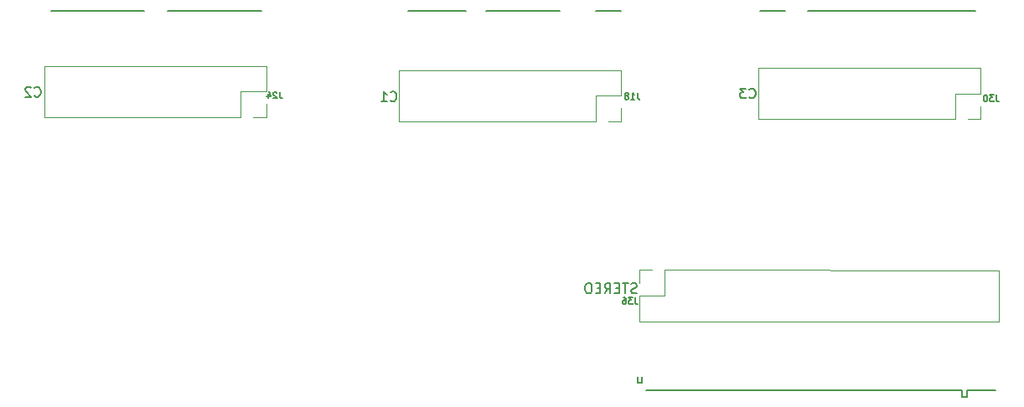
<source format=gbr>
G04 #@! TF.GenerationSoftware,KiCad,Pcbnew,5.1.7-a382d34a88~90~ubuntu20.04.1*
G04 #@! TF.CreationDate,2022-01-05T08:02:03-06:00*
G04 #@! TF.ProjectId,open-dash-daughterboard,6f70656e-2d64-4617-9368-2d6461756768,rev?*
G04 #@! TF.SameCoordinates,Original*
G04 #@! TF.FileFunction,Legend,Bot*
G04 #@! TF.FilePolarity,Positive*
%FSLAX46Y46*%
G04 Gerber Fmt 4.6, Leading zero omitted, Abs format (unit mm)*
G04 Created by KiCad (PCBNEW 5.1.7-a382d34a88~90~ubuntu20.04.1) date 2022-01-05 08:02:03*
%MOMM*%
%LPD*%
G01*
G04 APERTURE LIST*
%ADD10C,0.150000*%
%ADD11C,0.120000*%
G04 APERTURE END LIST*
D10*
X162140000Y-184440000D02*
X162140000Y-183780000D01*
X162640000Y-184440000D02*
X162140000Y-184440000D01*
X162640000Y-184440000D02*
X162640000Y-183780000D01*
X194920000Y-185140000D02*
X163040000Y-185130000D01*
X194920000Y-185800000D02*
X194920000Y-185140000D01*
X195420000Y-185800000D02*
X194920000Y-185800000D01*
X195420000Y-185800000D02*
X195420000Y-185140000D01*
X198370000Y-185140000D02*
X195420000Y-185140000D01*
X196260000Y-146770000D02*
X179350000Y-146770000D01*
X174580000Y-146770000D02*
X177080000Y-146770000D01*
X112350000Y-146770000D02*
X102900000Y-146770000D01*
X114700000Y-146770000D02*
X124150000Y-146770000D01*
X144790000Y-146830000D02*
X138990000Y-146830000D01*
X154330000Y-146830000D02*
X146830000Y-146830000D01*
X160460000Y-146830000D02*
X157960000Y-146830000D01*
D11*
X162320000Y-173000000D02*
X162320000Y-174330000D01*
X163650000Y-173000000D02*
X162320000Y-173000000D01*
X162320000Y-175600000D02*
X162320000Y-178200000D01*
X164920000Y-175600000D02*
X162320000Y-175600000D01*
X164920000Y-173000000D02*
X164920000Y-175600000D01*
X162320000Y-178200000D02*
X198660000Y-178250000D01*
X164920000Y-173000000D02*
X198660000Y-173050000D01*
X198660000Y-173050000D02*
X198660000Y-178250000D01*
X174400000Y-157765000D02*
X174400000Y-152565000D01*
X194240000Y-157765000D02*
X174400000Y-157765000D01*
X196840000Y-152565000D02*
X174400000Y-152565000D01*
X194240000Y-157765000D02*
X194240000Y-155165000D01*
X194240000Y-155165000D02*
X196840000Y-155165000D01*
X196840000Y-155165000D02*
X196840000Y-152565000D01*
X195510000Y-157765000D02*
X196840000Y-157765000D01*
X196840000Y-157765000D02*
X196840000Y-156435000D01*
X102210000Y-157570000D02*
X102210000Y-152370000D01*
X122050000Y-157570000D02*
X102210000Y-157570000D01*
X124650000Y-152370000D02*
X102210000Y-152370000D01*
X122050000Y-157570000D02*
X122050000Y-154970000D01*
X122050000Y-154970000D02*
X124650000Y-154970000D01*
X124650000Y-154970000D02*
X124650000Y-152370000D01*
X123320000Y-157570000D02*
X124650000Y-157570000D01*
X124650000Y-157570000D02*
X124650000Y-156240000D01*
X138080000Y-158000000D02*
X138080000Y-152800000D01*
X157920000Y-158000000D02*
X138080000Y-158000000D01*
X160520000Y-152800000D02*
X138080000Y-152800000D01*
X157920000Y-158000000D02*
X157920000Y-155400000D01*
X157920000Y-155400000D02*
X160520000Y-155400000D01*
X160520000Y-155400000D02*
X160520000Y-152800000D01*
X159190000Y-158000000D02*
X160520000Y-158000000D01*
X160520000Y-158000000D02*
X160520000Y-156670000D01*
D10*
X161906190Y-175784047D02*
X161906190Y-176248333D01*
X161937142Y-176341190D01*
X161999047Y-176403095D01*
X162091904Y-176434047D01*
X162153809Y-176434047D01*
X161658571Y-175784047D02*
X161256190Y-175784047D01*
X161472857Y-176031666D01*
X161380000Y-176031666D01*
X161318095Y-176062619D01*
X161287142Y-176093571D01*
X161256190Y-176155476D01*
X161256190Y-176310238D01*
X161287142Y-176372142D01*
X161318095Y-176403095D01*
X161380000Y-176434047D01*
X161565714Y-176434047D01*
X161627619Y-176403095D01*
X161658571Y-176372142D01*
X160699047Y-175784047D02*
X160822857Y-175784047D01*
X160884761Y-175815000D01*
X160915714Y-175845952D01*
X160977619Y-175938809D01*
X161008571Y-176062619D01*
X161008571Y-176310238D01*
X160977619Y-176372142D01*
X160946666Y-176403095D01*
X160884761Y-176434047D01*
X160760952Y-176434047D01*
X160699047Y-176403095D01*
X160668095Y-176372142D01*
X160637142Y-176310238D01*
X160637142Y-176155476D01*
X160668095Y-176093571D01*
X160699047Y-176062619D01*
X160760952Y-176031666D01*
X160884761Y-176031666D01*
X160946666Y-176062619D01*
X160977619Y-176093571D01*
X161008571Y-176155476D01*
X162075238Y-175304761D02*
X161932380Y-175352380D01*
X161694285Y-175352380D01*
X161599047Y-175304761D01*
X161551428Y-175257142D01*
X161503809Y-175161904D01*
X161503809Y-175066666D01*
X161551428Y-174971428D01*
X161599047Y-174923809D01*
X161694285Y-174876190D01*
X161884761Y-174828571D01*
X161980000Y-174780952D01*
X162027619Y-174733333D01*
X162075238Y-174638095D01*
X162075238Y-174542857D01*
X162027619Y-174447619D01*
X161980000Y-174400000D01*
X161884761Y-174352380D01*
X161646666Y-174352380D01*
X161503809Y-174400000D01*
X161218095Y-174352380D02*
X160646666Y-174352380D01*
X160932380Y-175352380D02*
X160932380Y-174352380D01*
X160313333Y-174828571D02*
X159980000Y-174828571D01*
X159837142Y-175352380D02*
X160313333Y-175352380D01*
X160313333Y-174352380D01*
X159837142Y-174352380D01*
X158837142Y-175352380D02*
X159170476Y-174876190D01*
X159408571Y-175352380D02*
X159408571Y-174352380D01*
X159027619Y-174352380D01*
X158932380Y-174400000D01*
X158884761Y-174447619D01*
X158837142Y-174542857D01*
X158837142Y-174685714D01*
X158884761Y-174780952D01*
X158932380Y-174828571D01*
X159027619Y-174876190D01*
X159408571Y-174876190D01*
X158408571Y-174828571D02*
X158075238Y-174828571D01*
X157932380Y-175352380D02*
X158408571Y-175352380D01*
X158408571Y-174352380D01*
X157932380Y-174352380D01*
X157313333Y-174352380D02*
X157122857Y-174352380D01*
X157027619Y-174400000D01*
X156932380Y-174495238D01*
X156884761Y-174685714D01*
X156884761Y-175019047D01*
X156932380Y-175209523D01*
X157027619Y-175304761D01*
X157122857Y-175352380D01*
X157313333Y-175352380D01*
X157408571Y-175304761D01*
X157503809Y-175209523D01*
X157551428Y-175019047D01*
X157551428Y-174685714D01*
X157503809Y-174495238D01*
X157408571Y-174400000D01*
X157313333Y-174352380D01*
X198406190Y-155299047D02*
X198406190Y-155763333D01*
X198437142Y-155856190D01*
X198499047Y-155918095D01*
X198591904Y-155949047D01*
X198653809Y-155949047D01*
X198158571Y-155299047D02*
X197756190Y-155299047D01*
X197972857Y-155546666D01*
X197880000Y-155546666D01*
X197818095Y-155577619D01*
X197787142Y-155608571D01*
X197756190Y-155670476D01*
X197756190Y-155825238D01*
X197787142Y-155887142D01*
X197818095Y-155918095D01*
X197880000Y-155949047D01*
X198065714Y-155949047D01*
X198127619Y-155918095D01*
X198158571Y-155887142D01*
X197353809Y-155299047D02*
X197291904Y-155299047D01*
X197230000Y-155330000D01*
X197199047Y-155360952D01*
X197168095Y-155422857D01*
X197137142Y-155546666D01*
X197137142Y-155701428D01*
X197168095Y-155825238D01*
X197199047Y-155887142D01*
X197230000Y-155918095D01*
X197291904Y-155949047D01*
X197353809Y-155949047D01*
X197415714Y-155918095D01*
X197446666Y-155887142D01*
X197477619Y-155825238D01*
X197508571Y-155701428D01*
X197508571Y-155546666D01*
X197477619Y-155422857D01*
X197446666Y-155360952D01*
X197415714Y-155330000D01*
X197353809Y-155299047D01*
X173456666Y-155552142D02*
X173504285Y-155599761D01*
X173647142Y-155647380D01*
X173742380Y-155647380D01*
X173885238Y-155599761D01*
X173980476Y-155504523D01*
X174028095Y-155409285D01*
X174075714Y-155218809D01*
X174075714Y-155075952D01*
X174028095Y-154885476D01*
X173980476Y-154790238D01*
X173885238Y-154695000D01*
X173742380Y-154647380D01*
X173647142Y-154647380D01*
X173504285Y-154695000D01*
X173456666Y-154742619D01*
X173123333Y-154647380D02*
X172504285Y-154647380D01*
X172837619Y-155028333D01*
X172694761Y-155028333D01*
X172599523Y-155075952D01*
X172551904Y-155123571D01*
X172504285Y-155218809D01*
X172504285Y-155456904D01*
X172551904Y-155552142D01*
X172599523Y-155599761D01*
X172694761Y-155647380D01*
X172980476Y-155647380D01*
X173075714Y-155599761D01*
X173123333Y-155552142D01*
X126006190Y-155004047D02*
X126006190Y-155468333D01*
X126037142Y-155561190D01*
X126099047Y-155623095D01*
X126191904Y-155654047D01*
X126253809Y-155654047D01*
X125727619Y-155065952D02*
X125696666Y-155035000D01*
X125634761Y-155004047D01*
X125480000Y-155004047D01*
X125418095Y-155035000D01*
X125387142Y-155065952D01*
X125356190Y-155127857D01*
X125356190Y-155189761D01*
X125387142Y-155282619D01*
X125758571Y-155654047D01*
X125356190Y-155654047D01*
X124799047Y-155220714D02*
X124799047Y-155654047D01*
X124953809Y-154973095D02*
X125108571Y-155437380D01*
X124706190Y-155437380D01*
X101236666Y-155397142D02*
X101284285Y-155444761D01*
X101427142Y-155492380D01*
X101522380Y-155492380D01*
X101665238Y-155444761D01*
X101760476Y-155349523D01*
X101808095Y-155254285D01*
X101855714Y-155063809D01*
X101855714Y-154920952D01*
X101808095Y-154730476D01*
X101760476Y-154635238D01*
X101665238Y-154540000D01*
X101522380Y-154492380D01*
X101427142Y-154492380D01*
X101284285Y-154540000D01*
X101236666Y-154587619D01*
X100855714Y-154587619D02*
X100808095Y-154540000D01*
X100712857Y-154492380D01*
X100474761Y-154492380D01*
X100379523Y-154540000D01*
X100331904Y-154587619D01*
X100284285Y-154682857D01*
X100284285Y-154778095D01*
X100331904Y-154920952D01*
X100903333Y-155492380D01*
X100284285Y-155492380D01*
X162136190Y-155094047D02*
X162136190Y-155558333D01*
X162167142Y-155651190D01*
X162229047Y-155713095D01*
X162321904Y-155744047D01*
X162383809Y-155744047D01*
X161486190Y-155744047D02*
X161857619Y-155744047D01*
X161671904Y-155744047D02*
X161671904Y-155094047D01*
X161733809Y-155186904D01*
X161795714Y-155248809D01*
X161857619Y-155279761D01*
X161114761Y-155372619D02*
X161176666Y-155341666D01*
X161207619Y-155310714D01*
X161238571Y-155248809D01*
X161238571Y-155217857D01*
X161207619Y-155155952D01*
X161176666Y-155125000D01*
X161114761Y-155094047D01*
X160990952Y-155094047D01*
X160929047Y-155125000D01*
X160898095Y-155155952D01*
X160867142Y-155217857D01*
X160867142Y-155248809D01*
X160898095Y-155310714D01*
X160929047Y-155341666D01*
X160990952Y-155372619D01*
X161114761Y-155372619D01*
X161176666Y-155403571D01*
X161207619Y-155434523D01*
X161238571Y-155496428D01*
X161238571Y-155620238D01*
X161207619Y-155682142D01*
X161176666Y-155713095D01*
X161114761Y-155744047D01*
X160990952Y-155744047D01*
X160929047Y-155713095D01*
X160898095Y-155682142D01*
X160867142Y-155620238D01*
X160867142Y-155496428D01*
X160898095Y-155434523D01*
X160929047Y-155403571D01*
X160990952Y-155372619D01*
X137206666Y-155867142D02*
X137254285Y-155914761D01*
X137397142Y-155962380D01*
X137492380Y-155962380D01*
X137635238Y-155914761D01*
X137730476Y-155819523D01*
X137778095Y-155724285D01*
X137825714Y-155533809D01*
X137825714Y-155390952D01*
X137778095Y-155200476D01*
X137730476Y-155105238D01*
X137635238Y-155010000D01*
X137492380Y-154962380D01*
X137397142Y-154962380D01*
X137254285Y-155010000D01*
X137206666Y-155057619D01*
X136254285Y-155962380D02*
X136825714Y-155962380D01*
X136540000Y-155962380D02*
X136540000Y-154962380D01*
X136635238Y-155105238D01*
X136730476Y-155200476D01*
X136825714Y-155248095D01*
M02*

</source>
